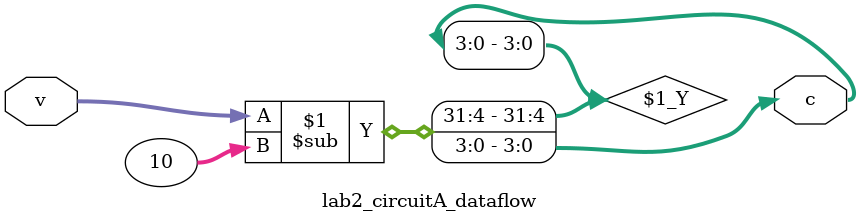
<source format=v>
`timescale 1ns / 1ps


module lab2_circuitA_dataflow(
    input [3:0] v,
    output wire [3:0] c
    );
    assign c = v - 10;
    
endmodule

</source>
